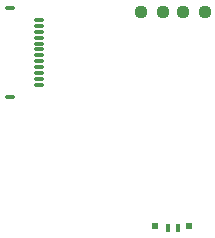
<source format=gbr>
%TF.GenerationSoftware,KiCad,Pcbnew,8.0.1*%
%TF.CreationDate,2024-03-21T19:57:27-04:00*%
%TF.ProjectId,030-011-v2,3033302d-3031-4312-9d76-322e6b696361,rev?*%
%TF.SameCoordinates,Original*%
%TF.FileFunction,Paste,Top*%
%TF.FilePolarity,Positive*%
%FSLAX46Y46*%
G04 Gerber Fmt 4.6, Leading zero omitted, Abs format (unit mm)*
G04 Created by KiCad (PCBNEW 8.0.1) date 2024-03-21 19:57:27*
%MOMM*%
%LPD*%
G01*
G04 APERTURE LIST*
G04 Aperture macros list*
%AMRoundRect*
0 Rectangle with rounded corners*
0 $1 Rounding radius*
0 $2 $3 $4 $5 $6 $7 $8 $9 X,Y pos of 4 corners*
0 Add a 4 corners polygon primitive as box body*
4,1,4,$2,$3,$4,$5,$6,$7,$8,$9,$2,$3,0*
0 Add four circle primitives for the rounded corners*
1,1,$1+$1,$2,$3*
1,1,$1+$1,$4,$5*
1,1,$1+$1,$6,$7*
1,1,$1+$1,$8,$9*
0 Add four rect primitives between the rounded corners*
20,1,$1+$1,$2,$3,$4,$5,0*
20,1,$1+$1,$4,$5,$6,$7,0*
20,1,$1+$1,$6,$7,$8,$9,0*
20,1,$1+$1,$8,$9,$2,$3,0*%
G04 Aperture macros list end*
%ADD10RoundRect,0.100000X-0.300000X0.100000X-0.300000X-0.100000X0.300000X-0.100000X0.300000X0.100000X0*%
%ADD11RoundRect,0.075000X-0.325000X0.075000X-0.325000X-0.075000X0.325000X-0.075000X0.325000X0.075000X0*%
%ADD12RoundRect,0.237500X0.250000X0.237500X-0.250000X0.237500X-0.250000X-0.237500X0.250000X-0.237500X0*%
%ADD13R,0.600000X0.500000*%
%ADD14R,0.440000X0.750000*%
G04 APERTURE END LIST*
D10*
%TO.C,J3*%
X96433000Y-30159000D03*
X96433000Y-37659000D03*
D11*
X98933000Y-31159000D03*
X98933000Y-31659000D03*
X98933000Y-32159000D03*
X98933000Y-32659000D03*
X98933000Y-33159000D03*
X98933000Y-33659000D03*
X98933000Y-34159000D03*
X98933000Y-34659000D03*
X98933000Y-35159000D03*
X98933000Y-35659000D03*
X98933000Y-36159000D03*
X98933000Y-36659000D03*
%TD*%
D12*
%TO.C,R4*%
X109370500Y-30480000D03*
X107545500Y-30480000D03*
%TD*%
D13*
%TO.C,D1*%
X108716000Y-48643000D03*
D14*
X109786000Y-48768000D03*
X110686000Y-48768000D03*
D13*
X111636000Y-48643000D03*
%TD*%
D12*
%TO.C,R3*%
X112926500Y-30480000D03*
X111101500Y-30480000D03*
%TD*%
M02*

</source>
